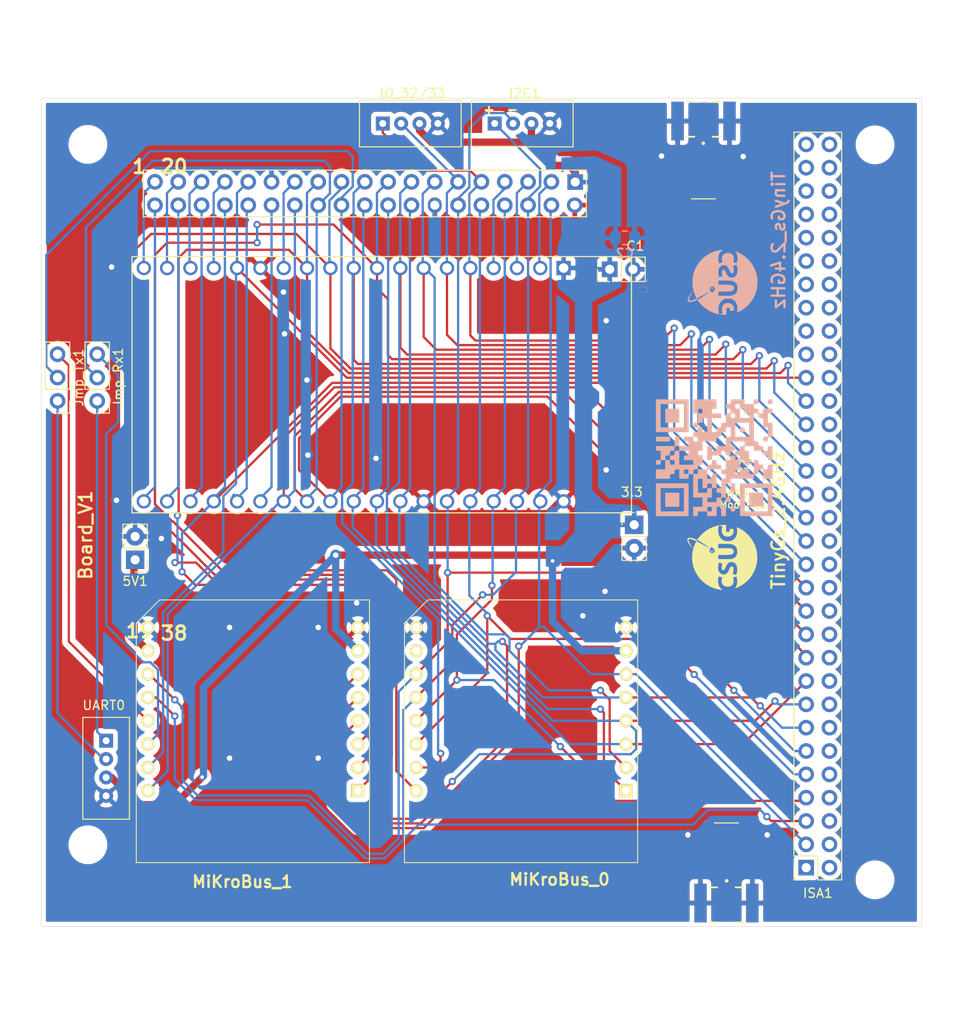
<source format=kicad_pcb>
(kicad_pcb (version 20211014) (generator pcbnew)
  (title_block (title "Carte_ESP_MiKroBus_V1"))
  (layers (0 "F.Cu" signal) (31 "B.Cu" signal) (34 "B.Paste" user) (35 "F.Paste" user) (36 "B.SilkS" user "B.Silkscreen") (37 "F.SilkS" user "F.Silkscreen") (38 "B.Mask" user) (39 "F.Mask" user) (44 "Edge.Cuts" user))
  (net 0 "")
  (net 1 "+3V3")
  (net 2 "GNDREF")
  (net 3 "/19")
  (net 4 "/18")
  (net 5 "/17")
  (net 6 "/16")
  (net 7 "/4")
  (net 8 "/3")
  (net 9 "/2")
  (net 10 "/38")
  (net 11 "/37")
  (net 12 "/36")
  (net 13 "NSS_1")
  (net 14 "NSS_0")
  (net 15 "SCK_0")
  (net 16 "MISO_0")
  (net 17 "I2C_SDA")
  (net 18 "I2C_SCL")
  (net 19 "MOSI_0")
  (net 20 "Net-(SMA_1-Pad1)")
  (net 21 "Net-(SMA_2-Pad1)")
  (net 22 "UART0_Rx")
  (net 23 "UART0_Tx")
  (net 24 "UART2_Rx")
  (net 25 "UART2_Tx")
  (net 26 "UART2_Rx_MiKroBus")
  (net 27 "UART2_Rx_grove")
  (net 28 "UART2_Tx_MiKroBus")
  (net 29 "UART2_Tx_grove")
  (net 30 "PWM_1")
  (net 31 "INT_0")
  (net 32 "INT_1")
  (net 33 "PWM_0")
  (net 34 "AN_0")
  (net 35 "AN_1")
  (net 36 "+5V")
  (net 37 "/34")
  (net 38 "/33")
  (net 39 "IN35")
  (net 40 "IN34")
  (net 41 "/13")
  (net 42 "Reset_1")
  (net 43 "Reset_0")
  (net 46 "GND")
  (footprint "MIKROE-924:MIKROE924" (layer "F.Cu") (at 107.38114 92.46726 180)
    (fp_text reference "MiKroBus_0")
    (fp_text value "MIKROE-924" hide)
  )
  (footprint "MIKROE-924:MIKROE924" (layer "F.Cu") (at 78.17114 92.46726 180)
    (fp_text reference "MiKroBus_1")
    (fp_text value "MIKROE-924" hide)
  )
  (footprint "SMA-J-P-H-ST-EM1:SAMTEC_SMA-J-P-H-ST-EM1" (layer "F.Cu") (at 115.824 19.358 180)
    (fp_text reference "SMA_1")
    (fp_text value "SMA-J-P-H-ST-EM1")
  )
  (footprint "U:HRS_U.FL-R-SMT(01)" (layer "F.Cu") (at 115.824 26.724 180)
    (fp_text reference "UFL_1")
    (fp_text value "U.FL-R-SMT(01)")
  )
  (footprint "U:HRS_U.FL-R-SMT(01)" (layer "F.Cu") (at 118.3132 97.269)
    (fp_text reference "UFL_2")
    (fp_text value "U.FL-R-SMT(01)")
  )
  (footprint "SMA-J-P-H-ST-EM1:SAMTEC_SMA-J-P-H-ST-EM1" (layer "F.Cu") (at 118.3132 104.889)
    (fp_text reference "SMA_2")
    (fp_text value "SMA-J-P-H-ST-EM1")
  )
  (footprint "MountingHole:MountingHole_3.2mm_M3" (layer "F.Cu") (at 134.498 22.1488)
    (fp_text reference "REF**")
    (fp_text value "MountingHole_3.2mm_M3")
  )
  (footprint "MountingHole:MountingHole_3.2mm_M3" (layer "F.Cu") (at 134.498 102.1588)
    (fp_text reference "REF**")
    (fp_text value "MountingHole_3.2mm_M3")
  )
  (footprint "test connecteur:conn_2x19_2.54mm_top_bot" (layer "F.Cu") (at 104.33314 23.63326 -90)
    (fp_text reference "Connector_2x19")
    (fp_text value "Conn_02x19_Top_Bottom")
  )
  (footprint "MountingHole:MountingHole_3.2mm_M3" (layer "F.Cu") (at 48.768 98.3488)
    (fp_text reference "REF**")
    (fp_text value "MountingHole_3.2mm_M3")
  )
  (footprint "MountingHole:MountingHole_3.2mm_M3" (layer "F.Cu") (at 48.768 22.098)
    (fp_text reference "REF**" hide)
    (fp_text value "MountingHole_3.2mm_M3")
  )
  (footprint "Logos-image:Image-Csug_10x10" (layer "F.Cu") (at 117.875 67.075 90)
    (fp_text reference "G***" hide)
    (fp_text value "LOGO" hide)
  )
  (footprint "Connector_PinHeader_2.54mm:PinHeader_1x02_P2.54mm_Vertical" (layer "F.Cu") (at 108.27014 63.51126)
    (fp_text reference "3.3")
    (fp_text value "Conn_01x02")
  )
  (footprint "Grove:Grove_4pin-2.00mm" (layer "F.Cu") (at 96.07814 17.28326)
    (fp_text reference "I2C1")
    (fp_text value "Grove")
  )
  (footprint "Grove:Grove_4pin-2.00mm" (layer "F.Cu") (at 83.88614 17.28326)
    (fp_text reference "IO_32/33")
    (fp_text value "Grove")
  )
  (footprint "Grove:Grove_4pin-2.00mm" (layer "F.Cu") (at 53.2958 90.0176 -90)
    (fp_text reference "UART0")
    (fp_text value "Grove")
  )
  (footprint "Connector_PinHeader_2.54mm:PinHeader_1x03_P2.54mm_Vertical" (layer "F.Cu") (at 49.784 50.023 180)
    (fp_text reference "Jmp_Rx1")
    (fp_text value "Jumper_NC_Dual")
  )
  (footprint "Connector_PinHeader_2.54mm:PinHeader_1x03_P2.54mm_Vertical" (layer "F.Cu") (at 45.466 50.023 180)
    (fp_text reference "Jmp_Tx1")
    (fp_text value "Jumper_NC_Dual")
  )
  (footprint "Connector_PinHeader_2.54mm:PinHeader_1x02_P2.54mm_Vertical" (layer "F.Cu") (at 105.60314 35.69826 90)
    (fp_text reference "C1")
    (fp_text value "C")
  )
  (footprint "Connector_PinHeader_2.54mm:PinHeader_1x02_P2.54mm_Vertical" (layer "F.Cu") (at 53.91414 67.32126 180)
    (fp_text reference "5V1")
    (fp_text value "Conn_01x02")
  )
  (footprint "Connector_PinSocket_2.54mm:PinSocket_2x32_P2.54mm_Vertical" (layer "F.Cu") (at 127 100.838 180)
    (fp_text reference "ISA1")
    (fp_text value "Conn_02x32_Odd_Even")
  )
  (footprint "ESP32-DEVKITC-32D:MODULE_ESP32-DEVKITC-32D" (layer "F.Cu") (at 80.824 48.26 -90)
    (fp_text reference "U1")
    (fp_text value "ESP32-DEVKITC-32D")
  )
  (footprint "Logos-image:Image-Csug_10x10" (layer "B.Cu") (at 117.904 37.097 -90)
    (fp_text reference "G***" hide)
    (fp_text value "LOGO" hide)
  )
  (footprint "Capacitor_SMD:C_0805_2012Metric_Pad1.18x1.45mm_HandSolder" (layer "B.Cu") (at 107.25414 32.26926)
    (fp_text reference "C2")
    (fp_text value "C")
  )
  (footprint "Logos-image:QRCode_ThingSat_14.5x14.5" (layer "B.Cu") (at 117.025 56.175)
    (fp_text reference "G***" hide)
    (fp_text value "LOGO" hide)
  )
  (gr_rect (start 43.688 17.0688) (end 139.578 107.2388) (layer "Edge.Cuts") (width 0.05) (fill none))
  (gr_text "TinyGs_2.4GHz" (at 124 32.525 90) (layer "B.SilkS") (effects (font (size 1.4 1.4) (thickness 0.25)) (justify mirror)))
  (gr_text "19" (at 54.356 75.057) (layer "F.SilkS") (effects (font (size 1.5 1.5) (thickness 0.3))))
  (gr_text "38" (at 58.166 75.311) (layer "F.SilkS") (effects (font (size 1.5 1.5) (thickness 0.3))))
  (gr_text "-" (at 94.996 18.288) (layer "F.SilkS") (effects (font (size 1 1) (thickness 0.2))))
  (gr_text "+" (at 92.456 18.288) (layer "F.SilkS") (effects (font (size 1 1) (thickness 0.2))))
  (gr_text "Grove\nOUT\n" (at 119.653 57.169) (layer "F.SilkS") (effects (font (size 0.75 0.75) (thickness 0.125))))
  (gr_text "MKBus\nModule_1" (at 120.161 60.725) (layer "F.SilkS") (effects (font (size 0.75 0.75))))
  (gr_text "Board_V1" (at 48.514 64.643 90) (layer "F.SilkS") (effects (font (size 1.4 1.4) (thickness 0.25))))
  (gr_text "20" (at 58.166 24.511) (layer "F.SilkS") (effects (font (size 1.5 1.5) (thickness 0.3))))
  (gr_text "1" (at 54.356 24.511) (layer "F.SilkS") (effects (font (size 1.5 1.5) (thickness 0.3))))
  (gr_text "TinyGs_2.4GHz" (at 123.971 63.011 90) (layer "F.SilkS") (effects (font (size 1.4 1.4) (thickness 0.25))))
  (segment (start 97.09414 21.85526) (end 99.63414 24.39526) (width 0.8) (layer "F.Cu") (net 1))
  (segment (start 51.3428 91.0176) (end 50.7558 91.0176) (width 0.8) (layer "F.Cu") (net 1))
  (segment (start 84.88614 20.56926) (end 86.17214 21.85526) (width 0.8) (layer "F.Cu") (net 1))
  (segment (start 61.214 90.9828) (end 58.20704 93.98976) (width 0.8) (layer "F.Cu") (net 1))
  (segment (start 86.17214 21.85526) (end 97.09414 21.85526) (width 0.8) (layer "F.Cu") (net 1))
  (segment (start 97.07814 19.82326) (end 97.07814 21.83926) (width 0.8) (layer "F.Cu") (net 1))
  (segment (start 84.88614 19.82326) (end 84.88614 20.56926) (width 0.8) (layer "F.Cu") (net 1))
  (segment (start 99.63414 24.39526) (end 101.15814 24.39526) (width 0.8) (layer "F.Cu") (net 1))
  (segment (start 75.75814 66.81326) (end 98.74514 66.81326) (width 0.8) (layer "F.Cu") (net 1))
  (segment (start 101.84394 26.19866) (end 101.84394 25.08106) (width 0.8) (layer "F.Cu") (net 1))
  (segment (start 58.20704 93.98976) (end 54.31496 93.98976) (width 0.8) (layer "F.Cu") (net 1))
  (segment (start 54.31496 93.98976) (end 51.3428 91.0176) (width 0.8) (layer "F.Cu") (net 1))
  (segment (start 98.74514 66.81326) (end 99.38014 67.44826) (width 0.8) (layer "F.Cu") (net 1))
  (segment (start 101.84394 25.08106) (end 101.15814 24.39526) (width 0.8) (layer "F.Cu") (net 1))
  (segment (start 97.07814 21.83926) (end 97.09414 21.85526) (width 0.8) (layer "F.Cu") (net 1))
  (via (at 99.38014 67.44826) (size 0.8) (drill 0.4) (layers "F.Cu" "B.Cu") (net 1))
  (via (at 61.214 90.9828) (size 0.8) (drill 0.4) (layers "F.Cu" "B.Cu") (net 1))
  (via (at 75.75814 66.81326) (size 1.2) (drill 0.6) (layers "F.Cu" "B.Cu") (net 1))
  (segment (start 61.3664 81.205) (end 61.3664 90.8304) (width 0.8) (layer "B.Cu") (net 1))
  (segment (start 78.17114 77.1891) (end 78.17114 77.22726) (width 0.8) (layer "B.Cu") (net 1))
  (segment (start 75.75814 66.81326) (end 75.75814 74.81426) (width 0.8) (layer "B.Cu") (net 1))
  (segment (start 107.38114 77.22726) (end 102.55514 77.22726) (width 0.8) (layer "B.Cu") (net 1))
  (segment (start 99.377139 67.451261) (end 99.38014 67.44826) (width 0.8) (layer "B.Cu") (net 1))
  (segment (start 75.75814 74.81426) (end 78.17114 77.22726) (width 0.8) (layer "B.Cu") (net 1))
  (segment (start 75.75814 66.81326) (end 61.3664 81.205) (width 0.8) (layer "B.Cu") (net 1))
  (segment (start 99.377139 74.049259) (end 99.377139 67.451261) (width 0.8) (layer "B.Cu") (net 1))
  (segment (start 102.55514 77.22726) (end 99.377139 74.049259) (width 0.8) (layer "B.Cu") (net 1))
  (segment (start 61.3664 90.8304) (end 61.214 90.9828) (width 0.8) (layer "B.Cu") (net 1))
  (segment (start 70.075 38.15) (end 70.05 38.125) (width 0.8) (layer "F.Cu") (net 2))
  (segment (start 72.625 47.3) (end 70 44.675) (width 0.8) (layer "F.Cu") (net 2))
  (segment (start 67.331141 35.197261) (end 67.45114 35.31726) (width 0.25) (layer "F.Cu") (net 2))
  (segment (start 70 44.675) (end 70 42.91364) (width 0.8) (layer "F.Cu") (net 2))
  (segment (start 86.811141 62.297261) (end 85.23114 60.71726) (width 0.8) (layer "F.Cu") (net 2))
  (segment (start 70 42.91364) (end 70.18864 42.725) (width 0.8) (layer "F.Cu") (net 2))
  (segment (start 72.725 55.925) (end 79.8 55.925) (width 0.8) (layer "F.Cu") (net 2))
  (segment (start 72.625 47.75) (end 72.625 47.3) (width 0.8) (layer "F.Cu") (net 2))
  (segment (start 70.075 38.175) (end 70.075 38.15) (width 0.8) (layer "F.Cu") (net 2))
  (segment (start 79.8 55.925) (end 80.15 56.275) (width 0.8) (layer "F.Cu") (net 2))
  (segment (start 100.47114 60.71726) (end 98.891139 62.297261) (width 0.8) (layer "F.Cu") (net 2))
  (segment (start 98.891139 62.297261) (end 86.811141 62.297261) (width 0.8) (layer "F.Cu") (net 2))
  (via (at 105.22214 57.54226) (size 1.2) (drill 0.6) (layers "F.Cu" "B.Cu") (net 2))
  (via (at 105.09514 70.75026) (size 1.2) (drill 0.6) (layers "F.Cu" "B.Cu") (net 2))
  (via (at 56.775 65) (size 1.2) (drill 0.6) (layers "F.Cu" "B.Cu") (net 2))
  (via (at 51.88214 60.84426) (size 1.2) (drill 0.6) (layers "F.Cu" "B.Cu") (net 2))
  (via (at 51.35 35.45) (size 1.2) (drill 0.6) (layers "F.Cu" "B.Cu") (net 2))
  (via (at 114.1222 97.269) (size 1.2) (drill 0.6) (layers "F.Cu" "B.Cu") (net 2))
  (via (at 102.68214 73.41726) (size 1.2) (drill 0.6) (layers "F.Cu" "B.Cu") (net 2))
  (via (at 73.85314 74.68726) (size 1.2) (drill 0.6) (layers "F.Cu" "B.Cu") (net 2))
  (via (at 64.20114 74.68726) (size 1.2) (drill 0.6) (layers "F.Cu" "B.Cu") (net 2))
  (via (at 73.85314 88.91126) (size 1.2) (drill 0.6) (layers "F.Cu" "B.Cu") (net 2))
  (via (at 78.04414 72.02026) (size 1.2) (drill 0.6) (layers "F.Cu" "B.Cu") (net 2))
  (via (at 64.20114 88.91126) (size 1.2) (drill 0.6) (layers "F.Cu" "B.Cu") (net 2))
  (via (at 105.22214 41.28626) (size 1.2) (drill 0.6) (layers "F.Cu" "B.Cu") (net 2))
  (via (at 120.142 23.422) (size 1.2) (drill 0.6) (layers "F.Cu" "B.Cu") (net 2))
  (via (at 72.625 47.75) (size 1.2) (drill 0.6) (layers "F.Cu" "B.Cu") (net 2))
  (via (at 111.252 23.368) (size 1.2) (drill 0.6) (layers "F.Cu" "B.Cu") (net 2))
  (via (at 72.725 55.925) (size 1.2) (drill 0.6) (layers "F.Cu" "B.Cu") (net 2))
  (via (at 70.075 38.175) (size 1.2) (drill 0.6) (layers "F.Cu" "B.Cu") (net 2))
  (via (at 80.15 56.275) (size 1.2) (drill 0.6) (layers "F.Cu" "B.Cu") (net 2))
  (via (at 70.18864 42.725) (size 1.2) (drill 0.6) (layers "F.Cu" "B.Cu") (net 2))
  (via (at 122.7582 97.269) (size 1.2) (drill 0.6) (layers "F.Cu" "B.Cu") (net 2))
  (segment (start 67.548139 35.220261) (end 67.45114 35.31726) (width 0.25) (layer "B.Cu") (net 2))
  (segment (start 100.52314 60.66526) (end 100.47114 60.71726) (width 0.8) (layer "B.Cu") (net 2))
  (segment (start 72.625 47.75) (end 72.625 55.825) (width 0.8) (layer "B.Cu") (net 2))
  (segment (start 86.88614 19.82326) (end 86.88614 19.87126) (width 0.25) (layer "B.Cu") (net 2))
  (segment (start 70.18864 38.28864) (end 70.075 38.175) (width 0.8) (layer "B.Cu") (net 2))
  (segment (start 72.625 55.825) (end 72.725 55.925) (width 0.8) (layer "B.Cu") (net 2))
  (segment (start 67.421139 35.287259) (end 67.45114 35.31726) (width 0.25) (layer "B.Cu") (net 2))
  (segment (start 70.18864 42.725) (end 70.18864 38.28864) (width 0.8) (layer "B.Cu") (net 2))
  (segment (start 86.88614 19.87126) (end 86.55314 20.20426) (width 0.25) (layer "B.Cu") (net 2))
  (segment (start 56.07314 26.17326) (end 54.848139 27.398261) (width 0.25) (layer "B.Cu") (net 3))
  (segment (start 54.848139 27.398261) (end 54.848139 35.220261) (width 0.25) (layer "B.Cu") (net 3))
  (segment (start 54.848139 35.220261) (end 54.75114 35.31726) (width 0.25) (layer "B.Cu") (net 3))
  (segment (start 57.261139 35.287259) (end 57.29114 35.31726) (width 0.25) (layer "F.Cu") (net 4))
  (segment (start 57.171141 35.197261) (end 57.29114 35.31726) (width 0.25) (layer "B.Cu") (net 4))
  (segment (start 57.388139 27.398261) (end 57.388139 35.220261) (width 0.25) (layer "B.Cu") (net 4))
  (segment (start 58.61314 26.17326) (end 57.388139 27.398261) (width 0.25) (layer "B.Cu") (net 4))
  (segment (start 57.388139 35.220261) (end 57.29114 35.31726) (width 0.25) (layer "B.Cu") (net 4))
  (segment (start 59.801139 35.287259) (end 59.83114 35.31726) (width 0.25) (layer "F.Cu") (net 5))
  (segment (start 61.15314 26.17326) (end 59.838141 27.488259) (width 0.25) (layer "B.Cu") (net 5))
  (segment (start 59.838141 35.310259) (end 59.83114 35.31726) (width 0.25) (layer "B.Cu") (net 5))
  (segment (start 59.838141 27.488259) (end 59.838141 35.310259) (width 0.25) (layer "B.Cu") (net 5))
  (segment (start 62.341139 35.287259) (end 62.37114 35.31726) (width 0.25) (layer "F.Cu") (net 6))
  (segment (start 62.251141 35.197261) (end 62.37114 35.31726) (width 0.25) (layer "B.Cu") (net 6))
  (segment (start 63.69314 26.17326) (end 62.468139 27.398261) (width 0.25) (layer "B.Cu") (net 6))
  (segment (start 62.468139 35.220261) (end 62.37114 35.31726) (width 0.25) (layer "B.Cu") (net 6))
  (segment (start 62.468139 27.398261) (end 62.468139 35.220261) (width 0.25) (layer "B.Cu") (net 6))
  (segment (start 94.17314 26.900258) (end 92.948139 28.125259) (width 0.25) (layer "B.Cu") (net 7))
  (segment (start 92.948139 35.220261) (end 92.85114 35.31726) (width 0.25) (layer "B.Cu") (net 7))
  (segment (start 92.948139 28.125259) (end 92.948139 35.220261) (width 0.25) (layer "B.Cu") (net 7))
  (segment (start 94.17314 26.17326) (end 94.17314 26.900258) (width 0.25) (layer "B.Cu") (net 7))
  (segment (start 92.85114 35.31726) (end 92.821139 35.287259) (width 0.25) (layer "B.Cu") (net 7))
  (segment (start 95.361139 35.287259) (end 95.39114 35.31726) (width 0.25) (layer "B.Cu") (net 8))
  (segment (start 95.488139 35.220261) (end 95.39114 35.31726) (width 0.25) (layer "B.Cu") (net 8))
  (segment (start 95.488139 27.398261) (end 95.488139 35.220261) (width 0.25) (layer "B.Cu") (net 8))
  (segment (start 96.71314 26.17326) (end 95.488139 27.398261) (width 0.25) (layer "B.Cu") (net 8))
  (segment (start 97.938141 27.488259) (end 97.938141 35.310259) (width 0.25) (layer "B.Cu") (net 9))
  (segment (start 97.938141 35.310259) (end 97.93114 35.31726) (width 0.25) (layer "B.Cu") (net 9))
  (segment (start 99.25314 26.17326) (end 97.938141 27.488259) (width 0.25) (layer "B.Cu") (net 9))
  (segment (start 97.93114 35.31726) (end 97.901139 35.287259) (width 0.25) (layer "B.Cu") (net 9))
  (segment (start 56.07314 59.39526) (end 54.75114 60.71726) (width 0.25) (layer "B.Cu") (net 10))
  (segment (start 56.07314 28.71326) (end 56.07314 59.39526) (width 0.25) (layer "B.Cu") (net 10))
  (segment (start 58.61314 28.71326) (end 58.61314 59.39526) (width 0.25) (layer "B.Cu") (net 11))
  (segment (start 58.61314 59.39526) (end 57.29114 60.71726) (width 0.25) (layer "B.Cu") (net 11))
  (segment (start 61.15314 59.39526) (end 59.83114 60.71726) (width 0.25) (layer "B.Cu") (net 12))
  (segment (start 61.15314 28.71326) (end 61.15314 59.39526) (width 0.25) (layer "B.Cu") (net 12))
  (segment (start 62.484 60.96) (end 75.394 48.05) (width 0.25) (layer "F.Cu") (net 13))
  (segment (start 60.449113 70.049113) (end 59.025 68.625) (width 0.25) (layer "F.Cu") (net 13))
  (segment (start 104.692 48.05) (end 127 70.358) (width 0.25) (layer "F.Cu") (net 13))
  (segment (start 75.394 48.05) (end 104.692 48.05) (width 0.25) (layer "F.Cu") (net 13))
  (segment (start 80.772 84.7864) (end 80.772 70.756226) (width 0.25) (layer "F.Cu") (net 13))
  (segment (start 80.064887 70.049113) (end 60.449113 70.049113) (width 0.25) (layer "F.Cu") (net 13))
  (segment (start 80.772 70.756226) (end 80.064887 70.049113) (width 0.25) (layer "F.Cu") (net 13))
  (segment (start 78.17114 87.38726) (end 80.772 84.7864) (width 0.25) (layer "F.Cu") (net 13))
  (via (at 59.025 68.625) (size 0.8) (drill 0.4) (layers "F.Cu" "B.Cu") (net 13))
  (segment (start 63.69314 28.71326) (end 63.69314 59.39526) (width 0.25) (layer "B.Cu") (net 13))
  (segment (start 59.025 68.625) (end 59.025 64.419) (width 0.25) (layer "B.Cu") (net 13))
  (segment (start 63.69314 59.39526) (end 62.37114 60.71726) (width 0.25) (layer "B.Cu") (net 13))
  (segment (start 59.025 64.419) (end 62.484 60.96) (width 0.25) (layer "B.Cu") (net 13))
  (segment (start 120.13074 87.38726) (end 127 80.518) (width 0.25) (layer "F.Cu") (net 14))
  (segment (start 107.38114 87.38726) (end 120.13074 87.38726) (width 0.25) (layer "F.Cu") (net 14))
  (segment (start 101.220802 87.38726) (end 105.22214 87.38726) (width 0.25) (layer "B.Cu") (net 14))
  (segment (start 78.766141 28.880259) (end 78.93314 28.71326) (width 0.25) (layer "B.Cu") (net 14))
  (segment (start 105.22214 87.38726) (end 107.38114 87.38726) (width 0.25) (layer "B.Cu") (net 14))
  (segment (start 77.61114 63.777598) (end 101.220802 87.38726) (width 0.25) (layer "B.Cu") (net 14))
  (segment (start 103.26514 87.38726) (end 105.22214 87.38726) (width 0.25) (layer "B.Cu") (net 14))
  (segment (start 77.61114 60.71726) (end 78.766141 59.562259) (width 0.25) (layer "B.Cu") (net 14))
  (segment (start 78.766141 59.562259) (end 78.766141 28.880259) (width 0.25) (layer "B.Cu") (net 14))
  (segment (start 77.61114 60.71726) (end 77.61114 63.777598) (width 0.25) (layer "B.Cu") (net 14))
  (segment (start 78.55214 95.51526) (end 84.39414 95.51526) (width 0.25) (layer "F.Cu") (net 15))
  (segment (start 107.38114 84.84726) (end 121.45274 84.84726) (width 0.25) (layer "F.Cu") (net 15))
  (segment (start 76.52014 86.49826) (end 76.52014 93.48326) (width 0.25) (layer "F.Cu") (net 15))
  (segment (start 84.39414 95.51526) (end 88.45814 91.45126) (width 0.25) (layer "F.Cu") (net 15))
  (segment (start 121.45274 84.84726) (end 123.6 82.7) (width 0.25) (layer "F.Cu") (net 15))
  (segment (start 78.17114 84.84726) (end 76.52014 86.49826) (width 0.25) (layer "F.Cu") (net 15))
  (segment (start 76.52014 93.48326) (end 78.55214 95.51526) (width 0.25) (layer "F.Cu") (net 15))
  (via (at 88.45814 91.45126) (size 0.8) (drill 0.4) (layers "F.Cu" "B.Cu") (net 15))
  (via (at 123.6 82.7) (size 0.8) (drill 0.4) (layers "F.Cu" "B.Cu") (net 15))
  (segment (start 91.424639 88.484761) (end 107.907941 88.484761) (width 0.25) (layer "B.Cu") (net 15))
  (segment (start 107.38114 84.84726) (end 101.92014 84.84726) (width 0.25) (layer "B.Cu") (net 15))
  (segment (start 88.45814 91.45126) (end 91.424639 88.484761) (width 0.25) (layer "B.Cu") (net 15))
  (segment (start 123.958 83.058) (end 127 83.058) (width 0.25) (layer "B.Cu") (net 15))
  (segment (start 80.15114 60.71726) (end 80.15114 65.610478) (width 0.25) (layer "B.Cu") (net 15))
  (segment (start 80.15114 65.610478) (end 99.387922 84.84726) (width 0.25) (layer "B.Cu") (net 15))
  (segment (start 81.47314 59.39526) (end 80.15114 60.71726) (width 0.25) (layer "B.Cu") (net 15))
  (segment (start 123.6 82.7) (end 123.958 83.058) (width 0.25) (layer "B.Cu") (net 15))
  (segment (start 107.907941 88.484761) (end 108.478641 87.914061) (width 0.25) (layer "B.Cu") (net 15))
  (segment (start 101.92014 84.84726) (end 101.43226 84.84726) (width 0.25) (layer "B.Cu") (net 15))
  (segment (start 81.47314 28.71326) (end 81.47314 59.39526) (width 0.25) (layer "B.Cu") (net 15))
  (segment (start 108.478641 87.914061) (end 108.478641 85.944761) (width 0.25) (layer "B.Cu") (net 15))
  (segment (start 99.387922 84.84726) (end 101.92014 84.84726) (width 0.25) (layer "B.Cu") (net 15))
  (segment (start 108.478641 85.944761) (end 107.38114 84.84726) (width 0.25) (layer "B.Cu") (net 15))
  (segment (start 85.15614 95.900262) (end 94.42714 86.629262) (width 0.25) (layer "F.Cu") (net 16))
  (segment (start 78.34503 96.01527) (end 77.94458 95.61482) (width 0.25) (layer "F.Cu") (net 16))
  (segment (start 93.91914 76.21126) (end 94.42714 76.71926) (width 0.25) (layer "F.Cu") (net 16))
  (segment (start 94.42714 86.629262) (end 94.42714 76.71926) (width 0.25) (layer "F.Cu") (net 16))
  (segment (start 107.38114 82.30726) (end 121.00726 82.30726) (width 0.25) (layer "F.Cu") (net 16))
  (segment (start 85.15614 95.900262) (end 85.152138 95.900262) (width 0.25) (layer "F.Cu") (net 16))
  (segment (start 76.01214 84.46626) (end 78.17114 82.30726) (width 0.25) (layer "F.Cu") (net 16))
  (segment (start 78.35302 96.02326) (end 77.94458 95.61482) (width 0.25) (layer "F.Cu") (net 16))
  (segment (start 85.152138 95.900262) (end 85.03713 96.01527) (width 0.25) (layer "F.Cu") (net 16))
  (segment (start 121.00726 82.30726) (end 121.914845 83.214845) (width 0.25) (layer "F.Cu") (net 16))
  (segment (start 121.914845 83.214845) (end 121.989845 83.214845) (width 0.25) (layer "F.Cu") (net 16))
  (segment (start 77.94458 95.61482) (end 76.01214 93.68238) (width 0.25) (layer "F.Cu") (net 16))
  (segment (start 76.01214 93.68238) (end 76.01214 84.46626) (width 0.25) (layer "F.Cu") (net 16))
  (segment (start 85.03713 96.01527) (end 78.34503 96.01527) (width 0.25) (layer "F.Cu") (net 16))
  (via (at 121.989845 83.214845) (size 0.8) (drill 0.4) (layers "F.Cu" "B.Cu") (net 16))
  (via (at 93.91914 76.21126) (size 0.8) (drill 0.4) (layers "F.Cu" "B.Cu") (net 16))
  (segment (start 82.69114 66.35726) (end 82.69114 60.71726) (width 0.25) (layer "B.Cu") (net 16))
  (segment (start 93.15714 76.46526) (end 92.46726 76.46526) (width 0.25) (layer "B.Cu") (net 16))
  (segment (start 82.69114 60.71726) (end 83.846141 59.562259) (width 0.25) (layer "B.Cu") (net 16))
  (segment (start 93.15714 76.71926) (end 93.15714 76.46526) (width 0.25) (layer "B.Cu") (net 16))
  (segment (start 83.846141 28.880259) (end 84.01314 28.71326) (width 0.25) (layer "B.Cu") (net 16))
  (segment (start 124.373 85.598) (end 127 85.598) (width 0.25) (layer "B.Cu") (net 16))
  (segment (start 121.989845 83.214845) (end 124.373 85.598) (width 0.25) (layer "B.Cu") (net 16))
  (segment (start 93.15714 77.15514) (end 93.15714 76.71926) (width 0.25) (layer "B.Cu") (net 16))
  (segment (start 93.657358 77.655358) (end 93.15714 77.15514) (width 0.25) (layer "B.Cu") (net 16))
  (segment (start 93.15714 77.020358) (end 93.15714 76.71926) (width 0.25) (layer "B.Cu") (net 16))
  (segment (start 107.38114 82.30726) (end 98.317042 82.30726) (width 0.25) (layer "B.Cu") (net 16))
  (segment (start 98.317042 82.30726) (end 93.66514 77.655358) (width 0.25) (layer "B.Cu") (net 16))
  (segment (start 93.41114 76.21126) (end 93.91914 76.21126) (width 0.25) (layer "B.Cu") (net 16))
  (segment (start 92.46726 76.46526) (end 82.69114 66.68914) (width 0.25) (layer "B.Cu") (net 16))
  (segment (start 82.69114 66.68914) (end 82.69114 66.35726) (width 0.25) (layer "B.Cu") (net 16))
  (segment (start 83.846141 59.562259) (end 83.846141 28.880259) (width 0.25) (layer "B.Cu") (net 16))
  (segment (start 93.41114 76.21126) (end 93.15714 76.46526) (width 0.25) (layer "B.Cu") (net 16))
  (segment (start 93.66514 77.655358) (end 93.657358 77.655358) (width 0.25) (layer "B.Cu") (net 16))
  (segment (start 58.23715 82.56126) (end 55.44315 79.76726) (width 0.25) (layer "F.Cu") (net 17))
  (segment (start 106.3105 68.71826) (end 119.125 81.53276) (width 0.25) (layer "F.Cu") (net 17))
  (segment (start 87.95014 69.09926) (end 87.95014 68.71826) (width 0.25) (layer "F.Cu") (net 17))
  (segment (start 87.95014 76.33826) (end 84.52114 79.76726) (width 0.25) (layer "F.Cu") (net 17))
  (segment (start 87.95014 68.71826) (end 106.3105 68.71826) (width 0.25) (layer "F.Cu") (net 17))
  (segment (start 87.95014 70.11526) (end 87.95014 76.33826) (width 0.25) (layer "F.Cu") (net 17))
  (segment (start 87.95014 70.11526) (end 87.95014 69.09926) (width 0.25) (layer "F.Cu") (net 17))
  (segment (start 55.44315 79.76726) (end 55.31114 79.76726) (width 0.25) (layer "F.Cu") (net 17))
  (via (at 87.95014 68.71826) (size 0.8) (drill 0.4) (layers "F.Cu" "B.Cu") (net 17))
  (via (at 119.125 81.53276) (size 0.8) (drill 0.4) (layers "F.Cu" "B.Cu") (net 17))
  (via (at 58.23715 82.56126) (size 0.8) (drill 0.4) (layers "F.Cu" "B.Cu") (net 17))
  (segment (start 94.179139 18.686259) (end 95.07814 19.58526) (width 0.25) (layer "B.Cu") (net 17))
  (segment (start 84.52114 79.76726) (end 82.61614 81.67226) (width 0.25) (layer "B.Cu") (net 17))
  (segment (start 89.09314 27.986262) (end 90.318141 26.761261) (width 0.25) (layer "B.Cu") (net 17))
  (segment (start 92.016139 18.686259) (end 94.179139 18.686259) (width 0.25) (layer "B.Cu") (net 17))
  (segment (start 80.89302 99.32526) (end 79.82214 99.32526) (width 0.25) (layer "B.Cu") (net 17))
  (segment (start 89.09314 28.45926) (end 89.09314 28.71326) (width 0.25) (layer "B.Cu") (net 17))
  (segment (start 89.09314 28.71326) (end 89.09314 59.39526) (width 0.25) (layer "B.Cu") (net 17))
  (segment (start 59.0937 91.3517) (end 59.0937 83.41781) (width 0.25) (layer "B.Cu") (net 17))
  (segment (start 72.20214 92.97526) (end 60.71726 92.97526) (width 0.25) (layer "B.Cu") (net 17))
  (segment (start 87.95014 60.89626) (end 87.77114 60.71726) (width 0.25) (layer "B.Cu") (net 17))
  (segment (start 90.318141 26.761261) (end 90.318141 20.384257) (width 0.25) (layer "B.Cu") (net 17))
  (segment (start 95.07814 19.58526) (end 95.07814 19.82326) (width 0.25) (layer "B.Cu") (net 17))
  (segment (start 82.61614 97.60214) (end 80.89302 99.32526) (width 0.25) (layer "B.Cu") (net 17))
  (segment (start 89.09314 59.39526) (end 87.77114 60.71726) (width 0.25) (layer "B.Cu") (net 17))
  (segment (start 59.0937 83.41781) (end 58.23715 82.56126) (width 0.25) (layer "B.Cu") (net 17))
  (segment (start 89.09314 28.71326) (end 89.09314 27.986262) (width 0.25) (layer "B.Cu") (net 17))
  (segment (start 80.13102 99.32526) (end 79.82214 99.32526) (width 0.25) (layer "B.Cu") (net 17))
  (segment (start 90.318141 20.384257) (end 92.016139 18.686259) (width 0.25) (layer "B.Cu") (net 17))
  (segment (start 119.125 81.53276) (end 125.73024 88.138) (width 0.25) (layer "B.Cu") (net 17))
  (segment (start 79.82214 99.32526) (end 79.20438 99.32526) (width 0.25) (layer "B.Cu") (net 17))
  (segment (start 125.73024 88.138) (end 127 88.138) (width 0.25) (layer "B.Cu") (net 17))
  (segment (start 72.87036 92.99124) (end 72.21812 92.99124) (width 0.25) (layer "B.Cu") (net 17))
  (segment (start 87.95014 68.71826) (end 87.95014 60.89626) (width 0.25) (layer "B.Cu") (net 17))
  (segment (start 60.71726 92.97526) (end 59.0937 91.3517) (width 0.25) (layer "B.Cu") (net 17))
  (segment (start 79.20438 99.32526) (end 72.87036 92.99124) (width 0.25) (layer "B.Cu") (net 17))
  (segment (start 72.21812 92.99124) (end 72.20214 92.97526) (width 0.25) (layer "B.Cu") (net 17))
  (segment (start 82.61614 81.67226) (end 82.61614 97.60214) (width 0.25) (layer "B.Cu") (net 17))
  (segment (start 85.98164 80.84676) (end 84.52114 82.30726) (width 0.25) (layer "F.Cu") (net 18))
  (segment (start 58.23715 84.33926) (end 56.20515 82.30726) (width 0.25) (layer "F.Cu") (net 18))
  (segment (start 91.76014 71.13126) (end 88.45814 74.43326) (width 0.25) (layer "F.Cu") (net 18))
  (segment (start 122.725 95.275) (end 123.208 95.758) (width 0.25) (layer "F.Cu") (net 18))
  (segment (start 56.20515 82.30726) (end 55.31114 82.30726) (width 0.25) (layer "F.Cu") (net 18))
  (segment (start 86.2082 80.6202) (end 85.98164 80.84676) (width 0.25) (layer "F.Cu") (net 18))
  (segment (start 88.45814 74.43326) (end 88.45814 78.37026) (width 0.25) (layer "F.Cu") (net 18))
  (segment (start 123.208 95.758) (end 127 95.758) (width 0.25) (layer "F.Cu") (net 18))
  (segment (start 88.45814 78.37026) (end 85.98164 80.84676) (width 0.25) (layer "F.Cu") (net 18))
  (via (at 58.23715 84.33926) (size 0.8) (drill 0.4) (layers "F.Cu" "B.Cu") (net 18))
  (via (at 122.725 95.275) (size 0.8) (drill 0.4) (layers "F.Cu" "B.Cu") (net 18))
  (via (at 91.76014 71.13126) (size 0.8) (drill 0.4) (layers "F.Cu" "B.Cu") (net 18))
  (segment (start 92.907142 71.13126) (end 91.76014 71.13126) (width 0.25) (layer "B.Cu") (net 18))
  (segment (start 116.3 94.55) (end 122 94.55) (width 0.25) (layer "B.Cu") (net 18))
  (segment (start 84.7814 96.144) (end 114.706 96.144) (width 0.25) (layer "B.Cu") (net 18))
  (segment (start 96.71314 27.986262) (end 98.028139 26.671263) (width 0.25) (layer "B.Cu") (net 18))
  (segment (start 114.706 96.144) (end 116.3 94.55) (width 0.25) (layer "B.Cu") (net 18))
  (segment (start 72.66325 93.49125) (end 79.00526 99.83326) (width 0.25) (layer "B.Cu") (net 18))
  (segment (start 122 94.55) (end 122.725 95.275) (width 0.25) (layer "B.Cu") (net 18))
  (segment (start 58.23214 91.19726) (end 60.52613 93.49125) (width 0.25) (layer "B.Cu") (net 18))
  (segment (start 93.07814 19.82326) (end 98.028139 24.773259) (width 0.25) (layer "B.Cu") (net 18))
  (segment (start 83.12414 97.80126) (end 84.7814 96.144) (width 0.25) (layer "B.Cu") (net 18))
  (segment (start 122.5 95.275) (end 122.725 95.275) (width 0.25) (layer "B.Cu") (net 18))
  (segment (start 96.71314 28.71326) (end 96.71314 27.986262) (width 0.25) (layer "B.Cu") (net 18))
  (segment (start 79.00526 99.83326) (end 81.09214 99.83326) (width 0.25) (layer "B.Cu") (net 18))
  (segment (start 58.23715 84.33926) (end 58.23214 84.34427) (width 0.25) (layer "B.Cu") (net 18))
  (segment (start 81.09214 99.83326) (end 83.12414 97.80126) (width 0.25) (layer "B.Cu") (net 18))
  (segment (start 83.12414 97.80126) (end 83.12414 96.78526) (width 0.25) (layer "B.Cu") (net 18))
  (segment (start 84.52114 82.30726) (end 83.12414 83.70426) (width 0.25) (layer "B.Cu") (net 18))
  (segment (start 98.028139 26.255261) (end 98.028139 26.671263) (width 0.25) (layer "B.Cu") (net 18))
  (segment (start 96.71314 59.39526) (end 95.39114 60.71726) (width 0.25) (layer "B.Cu") (net 18))
  (segment (start 58.23214 84.34427) (end 58.23214 91.19726) (width 0.25) (layer "B.Cu") (net 18))
  (segment (start 83.12414 83.70426) (end 83.12414 96.78526) (width 0.25) (layer "B.Cu") (net 18))
  (segment (start 60.52613 93.49125) (end 72.66325 93.49125) (width 0.25) (layer "B.Cu") (net 18))
  (segment (start 96.71314 28.71326) (end 96.71314 59.39526) (width 0.25) (layer "B.Cu") (net 18))
  (segment (start 98.028139 24.821259) (end 98.028139 26.255261) (width 0.25) (layer "B.Cu") (net 18))
  (segment (start 98.028139 24.773259) (end 98.028139 26.255261) (width 0.25) (layer "B.Cu") (net 18))
  (segment (start 95.39114 68.647262) (end 92.907142 71.13126) (width 0.25) (layer "B.Cu") (net 18))
  (segment (start 95.39114 60.71726) (end 95.39114 68.647262) (width 0.25) (layer "B.Cu") (net 18))
  (segment (start 83.12414 96.78526) (end 83.12414 97.03926) (width 0.25) (layer "B.Cu") (net 18))
  (segment (start 75.50414 93.99126) (end 78.04414 96.53126) (width 0.25) (layer "F.Cu") (net 19))
  (segment (start 75.50414 82.43426) (end 75.50414 93.99126) (width 0.25) (layer "F.Cu") (net 19))
  (segment (start 78.04414 96.53126) (end 85.35526 96.53126) (width 0.25) (layer "F.Cu") (net 19))
  (segment (start 85.35526 96.53126) (end 95.69714 86.18938) (width 0.25) (layer "F.Cu") (net 19))
  (segment (start 78.17114 79.76726) (end 75.50414 82.43426) (width 0.25) (layer "F.Cu") (net 19))
  (segment (start 95.69714 86.18938) (end 95.69714 76.71926) (width 0.25) (layer "F.Cu") (net 19))
  (via (at 95.69714 76.71926) (size 0.8) (drill 0.4) (layers "F.Cu" "B.Cu") (net 19))
  (segment (start 97.91964 74.62376) (end 98.42764 74.62376) (width 0.25) (layer "B.Cu") (net 19))
  (segment (start 108.46926 79.76726) (end 127 98.298) (width 0.25) (layer "B.Cu") (net 19))
  (segment (start 107.38114 79.76726) (end 103.57114 79.76726) (width 0.25) (layer "B.Cu") (net 19))
  (segment (start 103.57114 79.76726) (end 98.42764 74.62376) (width 0.25) (layer "B.Cu") (net 19))
  (segment (start 95.82414 76.71926) (end 97.09414 75.44926) (width 0.25) (layer "B.Cu") (net 19))
  (segment (start 99.166139 28.800261) (end 99.166139 33.499261) (width 0.25) (layer "B.Cu") (net 19))
  (segment (start 97.91964 74.62376) (end 97.09414 75.44926) (width 0.25) (layer "B.Cu") (net 19))
  (segment (start 97.91964 74.62376) (end 97.91964 60.72876) (width 0.25) (layer "B.Cu") (net 19))
  (segment (start 99.166139 39.722261) (end 99.166139 58.775141) (width 0.25) (layer "B.Cu") (net 19))
  (segment (start 99.25314 28.71326) (end 99.166139 28.800261) (width 0.25) (layer "B.Cu") (net 19))
  (segment (start 99.166139 33.499261) (end 99.166139 39.722261) (width 0.25) (layer "B.Cu") (net 19))
  (segment (start 95.69714 76.71926) (end 95.82414 76.71926) (width 0.25) (layer "B.Cu") (net 19))
  (segment (start 107.38114 79.64026) (end 107.38114 79.76726) (width 0.25) (layer "B.Cu") (net 19))
  (segment (start 107.38114 79.76726) (end 108.46926 79.76726) (width 0.25) (layer "B.Cu") (net 19))
  (segment (start 99.166139 58.775141) (end 97.57758 60.3637) (width 0.25) (layer "B.Cu") (net 19))
  (segment (start 97.91964 60.72876) (end 97.93114 60.71726) (width 0.25) (layer "B.Cu") (net 19))
  (segment (start 115.824 23.65) (end 115.824 19.358) (width 0.25) (layer "F.Cu") (net 20))
  (segment (start 115.824 23.65) (end 115.824 24.666) (width 0.25) (layer "F.Cu") (net 20))
  (segment (start 118.3132 104.889) (end 118.3132 99.835) (width 0.25) (layer "F.Cu") (net 21))
  (segment (start 92.26814 79.64026) (end 84.52114 87.38726) (width 0.25) (layer "F.Cu") (net 22))
  (segment (start 110.93476 75.93476) (end 114.8 79.8) (width 0.25) (layer "F.Cu") (net 22))
  (segment (start 92.26814 73.41726) (end 94.78564 75.93476) (width 0.25) (layer "F.Cu") (net 22))
  (segment (start 92.26814 73.41726) (end 92.26814 79.64026) (width 0.25) (layer "F.Cu") (net 22))
  (segment (start 94.78564 75.93476) (end 110.93476 75.93476) (width 0.25) (layer "F.Cu") (net 22))
  (via (at 114.8 79.8) (size 0.8) (drill 0.4) (layers "F.Cu" "B.Cu") (net 22))
  (via (at 92.26814 73.41726) (size 0.8) (drill 0.4) (layers "F.Cu" "B.Cu") (net 22))
  (segment (start 91.466141 28.880259) (end 91.63314 28.71326) (width 0.25) (layer "B.Cu") (net 22))
  (segment (start 91.466141 59.562259) (end 91.466141 28.880259) (width 0.25) (layer "B.Cu") (net 22))
  (segment (start 92.26814 73.16326) (end 92.26814 73.41726) (width 0.25) (layer "B.Cu") (net 22))
  (segment (start 125.678 90.678) (end 127 90.678) (width 0.25) (layer "B.Cu") (net 22))
  (segment (start 90.31114 60.71726) (end 90.31114 71.20626) (width 0.25) (layer "B.Cu") (net 22))
  (segment (start 114.8 79.8) (end 125.678 90.678) (width 0.25) (layer "B.Cu") (net 22))
  (segment (start 90.31114 71.20626) (end 92.26814 73.16326) (width 0.25) (layer "B.Cu") (net 22))
  (segment (start 90.31114 60.71726) (end 91.466141 59.562259) (width 0.25) (layer "B.Cu") (net 22))
  (segment (start 88.95815 75.45725) (end 88.95815 80.41025) (width 0.25) (layer "F.Cu") (net 23))
  (segment (start 88.95815 80.41025) (end 84.52114 84.84726) (width 0.25) (layer "F.Cu") (net 23))
  (segment (start 92.77614 71.63926) (end 88.95815 75.45725) (width 0.25) (layer "F.Cu") (net 23))
  (segment (start 92.77614 70.11526) (end 92.77614 71.63926) (width 0.25) (layer "F.Cu") (net 23))
  (segment (start 100.225 87.65) (end 106.13976 93.56476) (width 0.25) (layer "F.Cu") (net 23))
  (segment (start 106.13976 93.56476) (end 126.65324 93.56476) (width 0.25) (layer "F.Cu") (net 23))
  (segment (start 126.65324 93.56476) (end 127 93.218) (width 0.25) (layer "F.Cu") (net 23))
  (via (at 100.225 87.65) (size 0.8) (drill 0.4) (layers "F.Cu" "B.Cu") (net 23))
  (via (at 88.95815 80.41025) (size 0.8) (drill 0.4) (layers "F.Cu" "B.Cu") (net 23))
  (via (at 92.77614 70.11526) (size 0.8) (drill 0.4) (layers "F.Cu" "B.Cu") (net 23))
  (segment (start 92.85114 70.04026) (end 92.77614 70.11526) (width 0.25) (layer "B.Cu") (net 23))
  (segment (start 93.28414 61.15026) (end 92.85114 60.71726) (width 0.25) (layer "B.Cu") (net 23))
  (segment (start 94.17314 28.71326) (end 94.17314 59.39526) (width 0.25) (layer "B.Cu") (net 23))
  (segment (start 88.95815 80.41025) (end 92.98525 80.41025) (width 0.25) (layer "B.Cu") (net 23))
  (segment (start 92.85114 61.04626) (end 92.85114 60.71726) (width 0.25) (layer "B.Cu") (net 23))
  (segment (start 94.17314 59.39526) (end 92.85114 60.71726) (width 0.25) (layer "B.Cu") (net 23))
  (segment (start 92.85114 60.71726) (end 92.85114 70.04026) (width 0.25) (layer "B.Cu") (net 23))
  (segment (start 92.98525 80.41025) (end 100.225 87.65) (width 0.25) (layer "B.Cu") (net 23))
  (segment (start 100.612553 49.050553) (end 127 75.438) (width 0.25) (layer "F.Cu") (net 24))
  (segment (start 72.644 60.96) (end 71.275 59.591) (width 0.25) (layer "F.Cu") (net 24))
  (segment (start 76.1 49.050553) (end 100.612553 49.050553) (width 0.25) (layer "F.Cu") (net 24))
  (segment (start 71.275 53.875553) (end 76.1 49.050553) (width 0.25) (layer "F.Cu") (net 24))
  (segment (start 71.275 59.591) (end 71.275 53.875553) (width 0.25) (layer "F.Cu") (net 24))
  (segment (start 73.85314 28.71326) (end 75.127418 27.438982) (width 0.25) (layer "B.Cu") (net 24))
  (segment (start 48.559 46.258) (end 49.784 47.483) (width 0.25) (layer "B.Cu") (net 24))
  (segment (start 74.5236 23.876) (end 55.838956 23.876) (width 0.25) (layer "B.Cu") (net 24))
  (segment (start 73.686141 28.880259) (end 73.85314 28.71326) (width 0.25) (layer "B.Cu") (net 24))
  (segment (start 73.686141 59.562259) (end 73.686141 28.880259) (width 0.25) (layer "B.Cu") (net 24))
  (segment (start 75.127418 27.438982) (end 75.127418 24.479818) (width 0.25) (layer "B.Cu") (net 24))
  (segment (start 72.53114 60.71726) (end 73.686141 59.562259) (width 0.25) (layer "B.Cu") (net 24))
  (segment (start 55.838956 23.876) (end 48.559 31.155956) (width 0.25) (layer "B.Cu") (net 24))
  (segment (start 48.559 31.155956) (end 48.559 46.258) (width 0.25) (layer "B.Cu") (net 24))
  (segment (start 72.53114 61.072958) (end 72.53114 60.71726) (width 0.25) (layer "B.Cu") (net 24))
  (segment (start 75.127418 24.479818) (end 74.5236 23.876) (width 0.25) (layer "B.Cu") (net 24))
  (segment (start 98.8247 49.553829) (end 127 77.729129) (width 0.25) (layer "F.Cu") (net 25))
  (segment (start 75.184 60.96) (end 71.775 57.551) (width 0.25) (layer "F.Cu") (net 25))
  (segment (start 127 77.729129) (end 127 77.978) (width 0.25) (layer "F.Cu") (net 25))
  (segment (start 71.775 57.551) (end 71.775 54.082659) (width 0.25) (layer "F.Cu") (net 25))
  (segment (start 71.775 54.082659) (end 76.30383 49.553829) (width 0.25) (layer "F.Cu") (net 25))
  (segment (start 76.30383 49.553829) (end 98.8247 49.553829) (width 0.25) (layer "F.Cu") (net 25))
  (segment (start 77.0382 22.8346) (end 55.5498 22.8346) (width 0.25) (layer "B.Cu") (net 25))
  (segment (start 77.61814 23.41454) (end 77.0382 22.8346) (width 0.25) (layer "B.Cu") (net 25))
  (segment (start 76.39314 28.71326) (end 76.39314 59.39526) (width 0.25) (layer "B.Cu") (net 25))
  (segment (start 76.39314 27.905672) (end 77.61814 26.680672) (width 0.25) (layer "B.Cu") (net 25))
  (segment (start 76.39314 59.39526) (end 75.07114 60.71726) (width 0.25) (layer "B.Cu") (net 25))
  (segment (start 76.39314 28.71326) (end 76.39314 27.905672) (width 0.25) (layer "B.Cu") (net 25))
  (segment (start 44.241 46.258) (end 45.466 47.483) (width 0.25) (layer "B.Cu") (net 25))
  (segment (start 77.61814 26.680672) (end 77.61814 23.41454) (width 0.25) (layer "B.Cu") (net 25))
  (segment (start 44.241 34.1434) (end 44.241 46.258) (width 0.25) (layer "B.Cu") (net 25))
  (segment (start 55.5498 22.8346) (end 44.241 34.1434) (width 0.25) (layer "B.Cu") (net 25))
  (segment (start 56.40864 86.28976) (end 56.40864 79.31266) (width 0.25) (layer "B.Cu") (net 26))
  (segment (start 56.40864 79.31266) (end 55.57074 78.47476) (width 0.25) (layer "B.Cu") (net 26))
  (segment (start 54.794408 78.47476) (end 50.75714 74.437492) (width 0.25) (layer "B.Cu") (net 26))
  (segment (start 50.75714 53.63686) (end 52.07 52.324) (width 0.25) (layer "B.Cu") (net 26))
  (segment (start 52.07 52.324) (end 52.07 47.229) (width 0.25) (layer "B.Cu") (net 26))
  (segment (start 50.75714 74.437492) (end 50.75714 53.63686) (width 0.25) (layer "B.Cu") (net 26))
  (segment (start 52.07 47.229) (end 49.784 44.943) (width 0.25) (layer "B.Cu") (net 26))
  (segment (start 55.31114 87.38726) (end 56.40864 86.28976) (width 0.25) (layer "B.Cu") (net 26))
  (segment (start 55.57074 78.47476) (end 54.794408 78.47476) (width 0.25) (layer "B.Cu") (net 26))
  (segment (start 50.7558 87.0176) (end 50.7558 86.624693) (width 0.25) (layer "B.Cu") (net 27))
  (segment (start 49.784 86.0458) (end 49.784 50.023) (width 0.25) (layer "B.Cu") (net 27))
  (segment (start 50.7558 87.0176) (end 49.784 86.0458) (width 0.25) (layer "B.Cu") (net 27))
  (segment (start 46.691 76.22712) (end 46.691 46.168) (width 0.25) (layer "F.Cu") (net 28))
  (segment (start 46.691 46.168) (end 45.466 44.943) (width 0.25) (layer "F.Cu") (net 28))
  (segment (start 55.31114 84.84726) (end 46.691 76.22712) (width 0.25) (layer "F.Cu") (net 28))
  (segment (start 45.466 84.0018) (end 45.466 50.023) (width 0.25) (layer "B.Cu") (net 29))
  (segment (start 50.7558 89.0176) (end 50.4818 89.0176) (width 0.25) (layer "B.Cu") (net 29))
  (segment (start 50.4818 89.0176) (end 45.466 84.0018) (width 0.25) (layer "B.Cu") (net 29))
  (segment (start 75.600553 48.550553) (end 102.652553 48.550553) (width 0.25) (layer "F.Cu") (net 30))
  (segment (start 70.104 54.047106) (end 75.600553 48.550553) (width 0.25) (layer "F.Cu") (net 30))
  (segment (start 70.104 60.96) (end 70.104 54.047106) (width 0.25) (layer "F.Cu") (net 30))
  (segment (start 102.652553 48.550553) (end 127 72.898) (width 0.25) (layer "F.Cu") (net 30))
  (segment (start 70.104 60.96) (end 71.31314 59.75086) (width 0.25) (layer "B.Cu") (net 30))
  (segment (start 57.46215 73.24625) (end 57.46215 89.400552) (width 0.25) (layer "B.Cu") (net 30))
  (segment (start 57.46215 89.400552) (end 57.47014 89.408542) (width 0.25) (layer "B.Cu") (net 30))
  (segment (start 69.99114 60.71726) (end 57.46215 73.24625) (width 0.25) (layer "B.Cu") (net 30))
  (segment (start 71.31314 59.75086) (end 71.31314 28.71326) (width 0.25) (layer "B.Cu") (net 30))
  (segment (start 57.47014 90.30826) (end 55.31114 92.46726) (width 0.25) (layer "B.Cu") (net 30))
  (segment (start 57.47014 89.408542) (end 57.47014 90.30826) (width 0.25) (layer "B.Cu") (net 30))
  (segment (start 87.18814 89.16526) (end 87.18814 88.40827) (width 0.25) (layer "F.Cu") (net 31))
  (segment (start 77.61114 35.31726) (end 77.581139 35.287259) (width 0.25) (layer "F.Cu") (net 31))
  (segment (start 85.91814 89.92726) (end 86.42614 89.92726) (width 0.25) (layer "F.Cu") (net 31))
  (segment (start 77.724 35.56) (end 77.724 45.547394) (width 0.25) (layer "F.Cu") (net 31))
  (segment (start 121.001606 45.998394) (end 121.9 45.1) (width 0.25) (layer "F.Cu") (net 31))
  (segment (start 87.18814 88.40827) (end 87.19315 88.40326) (width 0.25) (layer "F.Cu") (net 31))
  (segment (start 85.91814 89.92726) (end 84.52114 89.92726) (width 0.25) (layer "F.Cu") (net 31))
  (segment (start 86.42614 89.92726) (end 87.18814 89.16526) (width 0.25) (layer "F.Cu") (net 31))
  (segment (start 77.724 45.547394) (end 78.175 45.998394) (width 0.25) (layer "F.Cu") (net 31))
  (segment (start 78.175 45.998394) (end 121.001606 45.998394) (width 0.25) (layer "F.Cu") (net 31))
  (via (at 121.9 45.1) (size 0.8) (drill 0.4) (layers "F.Cu" "B.Cu") (net 31))
  (via (at 87.19315 88.40326) (size 0.8) (drill 0.4) (layers "F.Cu" "B.Cu") (net 31))
  (segment (start 121.9 50.018) (end 127 55.118) (width 0.25) (layer "B.Cu") (net 31))
  (segment (start 77.708139 27.398261) (end 77.708139 35.220261) (width 0.25) (layer "B.Cu") (net 31))
  (segment (start 76.456139 63.329717) (end 86.91816 73.791738) (width 0.25) (layer "B.Cu") (net 31))
  (segment (start 76.456139 60.162859) (end 76.456139 63.329717) (width 0.25) (layer "B.Cu") (net 31))
  (segment (start 77.708139 35.220261) (end 77.61114 35.31726) (width 0.25) (layer "B.Cu") (net 31))
  (segment (start 86.91816 88.12827) (end 87.19315 88.40326) (width 0.25) (layer "B.Cu") (net 31))
  (segment (start 77.61114 35.31726) (end 77.61114 59.007858) (width 0.25) (layer "B.Cu") (net 31))
  (segment (start 78.93314 26.17326) (end 77.708139 27.398261) (width 0.25) (layer "B.Cu") (net 31))
  (segment (start 77.581139 35.287259) (end 77.61114 35.31726) (width 0.25) (layer "B.Cu") (net 31))
  (segment (start 86.91816 73.791738) (end 86.91816 88.12827) (width 0.25) (layer "B.Cu") (net 31))
  (segment (start 77.61114 59.007858) (end 76.456139 60.162859) (width 0.25) (layer "B.Cu") (net 31))
  (segment (start 121.9 45.1) (end 121.9 50.018) (width 0.25) (layer "B.Cu") (net 31))
  (segment (start 64.791141 35.197261) (end 64.91114 35.31726) (width 0.25) (layer "F.Cu") (net 32))
  (segment (start 127 47.498) (end 76.962 47.498) (width 0.25) (layer "F.Cu") (net 32))
  (segment (start 76.962 47.498) (end 65.024 35.56) (width 0.25) (layer "F.Cu") (net 32))
  (segment (start 64.91114 35.31726) (end 64.91114 59.007858) (width 0.25) (layer "B.Cu") (net 32))
  (segment (start 64.91114 59.007858) (end 63.526141 60.392857) (width 0.25) (layer "B.Cu") (net 32))
  (segment (start 66.23314 26.17326) (end 65.008139 27.398261) (width 0.25) (layer "B.Cu") (net 32))
  (segment (start 56.96214 73.03626) (end 56.96214 88.27626) (width 0.25) (layer "B.Cu") (net 32))
  (segment (start 63.526141 66.472259) (end 56.96214 73.03626) (width 0.25) (layer "B.Cu") (net 32))
  (segment (start 63.526141 60.392857) (end 63.526141 66.472259) (width 0.25) (layer "B.Cu") (net 32))
  (segment (start 56.96214 88.27626) (end 55.31114 89.92726) (width 0.25) (layer "B.Cu") (net 32))
  (segment (start 65.008139 35.220261) (end 64.91114 35.31726) (width 0.25) (layer "B.Cu") (net 32))
  (segment (start 65.008139 27.398261) (end 65.008139 35.220261) (width 0.25) (layer "B.Cu") (net 32))
  (segment (start 58.048098 63.15) (end 57.960583 63.15) (width 0.25) (layer "F.Cu") (net 33))
  (segment (start 67.2 30.825) (end 75.529 30.825) (width 0.25) (layer "F.Cu") (net 33))
  (segment (start 82.36214 70.75026) (end 82.36214 74.68726) (width 0.25) (layer "F.Cu") (net 33))
  (segment (start 75.529 30.825) (end 80.264 35.56) (width 0.25) (layer "F.Cu") (net 33))
  (segment (start 56.075 34.125) (end 57.3995 32.8005) (width 0.25) (layer "F.Cu") (net 33))
  (segment (start 82.36214 74.68726) (end 82.36214 90.30826) (width 0.25) (layer "F.Cu") (net 33))
  (segment (start 82.36214 70.75026) (end 82.36214 69.48026) (width 0.25) (layer "F.Cu") (net 33))
  (segment (start 82.36214 70.36926) (end 82.36214 70.75026) (width 0.25) (layer "F.Cu") (net 33))
  (segment (start 57.3995 32.8005) (end 67.2 32.8005) (width 0.25) (layer "F.Cu") (net 33))
  (segment (start 81.4375 45.0125) (end 81.4375 38.9375) (width 0.25) (layer "F.Cu") (net 33))
  (segment (start 56.075 61.264417) (end 56.075 60.05) (width 0.25) (layer "F.Cu") (net 33))
  (segment (start 82.36214 74.43326) (end 82.36214 74.68726) (width 0.25) (layer "F.Cu") (net 33))
  (segment (start 80.264 35.56) (end 80.264 37.764) (width 0.25) (layer "F.Cu") (net 33))
  (segment (start 63.362358 68.46426) (end 58.048098 63.15) (width 0.25) (layer "F.Cu") (net 33))
  (segment (start 80.264 37.764) (end 81.4375 38.9375) (width 0.25) (layer "F.Cu") (net 33))
  (segment (start 119.075 45.475) (end 81.9 45.475) (width 0.25) (layer "F.Cu") (net 33))
  (segment (start 120.1 44.45) (end 119.075 45.475) (width 0.25) (layer "F.Cu") (net 33))
  (segment (start 57.960583 63.15) (end 56.075 61.264417) (width 0.25) (layer "F.Cu") (net 33))
  (segment (start 56.075 60.05) (end 56.075 34.125) (width 0.25) (layer "F.Cu") (net 33))
  (segment (start 82.36214 69.48026) (end 81.34614 68.46426) (width 0.25) (layer "F.Cu") (net 33))
  (segment (start 80.121139 35.287259) (end 80.15114 35.31726) (width 0.25) (layer "F.Cu") (net 33))
  (segment (start 81.9 45.475) (end 81.4375 45.0125) (width 0.25) (layer "F.Cu") (net 33))
  (segment (start 81.34614 68.46426) (end 63.362358 68.46426) (width 0.25) (layer "F.Cu") (net 33))
  (segment (start 82.36214 90.30826) (end 84.52114 92.46726) (width 0.25) (layer "F.Cu") (net 33))
  (via (at 67.2 30.825) (size 0.8) (drill 0.4) (layers "F.Cu" "B.Cu") (net 33))
  (via (at 67.2 32.8005) (size 0.8) (drill 0.4) (layers "F.Cu" "B.Cu") (net 33))
  (via (at 120.1 44.45) (size 0.8) (drill 0.4) (layers "F.Cu" "B.Cu") (net 33))
  (segment (start 80.248139 35.220261) (end 80.15114 35.31726) (width 0.25) (layer "B.Cu") (net 33))
  (segment (start 80.248139 27.398261) (end 80.248139 35.220261) (width 0.25) (layer "B.Cu") (net 33))
  (segment (start 120.1 44.45) (end 120.1 50.758) (width 0.25) (layer "B.Cu") (net 33))
  (segment (start 120.1 50.758) (end 127 57.658) (width 0.25) (layer "B.Cu") (net 33))
  (segment (start 67.2 32.8005) (end 67.2 30.825) (width 0.25) (layer "B.Cu") (net 33))
  (segment (start 81.47314 26.17326) (end 80.248139 27.398261) (width 0.25) (layer "B.Cu") (net 33))
  (segment (start 80.121139 35.287259) (end 80.15114 35.31726) (width 0.25) (layer "B.Cu") (net 33))
  (segment (start 104.96814 83.95826) (end 104.58714 83.57726) (width 0.25) (layer "F.Cu") (net 34))
  (segment (start 107.38114 92.46726) (end 104.96814 90.05426) (width 0.25) (layer "F.Cu") (net 34))
  (segment (start 83.55 44.975) (end 117.125 44.975) (width 0.25) (layer "F.Cu") (net 34))
  (segment (start 117.125 44.975) (end 118.25 43.85) (width 0.25) (layer "F.Cu") (net 34))
  (segment (start 82.804 35.56) (end 82.804 44.229) (width 0.25) (layer "F.Cu") (net 34))
  (segment (start 104.96814 90.05426) (end 104.96814 83.95826) (width 0.25) (layer "F.Cu") (net 34))
  (segment (start 82.804 44.229) (end 83.55 44.975) (width 0.25) (layer "F.Cu") (net 34))
  (via (at 118.25 43.85) (size 0.8) (drill 0.4) (layers "F.Cu" "B.Cu") (net 34))
  (via (at 104.58714 83.57726) (size 0.8) (drill 0.4) (layers "F.Cu" "B.Cu") (net 34))
  (segment (start 82.69114 35.31726) (end 82.661139 35.287259) (width 0.25) (layer "B.Cu") (net 34))
  (segment (start 81.34614 60.22938) (end 82.69114 58.88438) (width 0.25) (layer "B.Cu") (net 34))
  (segment (start 104.58714 83.57726) (end 98.87214 83.57726) (width 0.25) (layer "B.Cu") (net 34))
  (segment (start 82.69114 58.88438) (end 82.69114 35.31726) (width 0.25) (layer "B.Cu") (net 34))
  (segment (start 118.25 43.85) (end 118.25 51.448) (width 0.25) (layer "B.Cu") (net 34))
  (segment (start 82.788139 27.398261) (end 82.788139 35.220261) (width 0.25) (layer "B.Cu") (net 34))
  (segment (start 81.34614 66.05126) (end 81.34614 60.22938) (width 0.25) (layer "B.Cu") (net 34))
  (segment (start 84.01314 26.17326) (end 82.788139 27.398261) (width 0.25) (layer "B.Cu") (net 34))
  (segment (start 82.788139 35.220261) (end 82.69114 35.31726) (width 0.25) (layer "B.Cu") (net 34))
  (segment (start 98.87214 83.57726) (end 81.34614 66.05126) (width 0.25) (layer "B.Cu") (net 34))
  (segment (start 118.25 51.448) (end 127 60.198) (width 0.25) (layer "B.Cu") (net 34))
  (segment (start 81.86213 88.77627) (end 81.86213 70.43213) (width 0.25) (layer "F.Cu") (net 35))
  (segment (start 81.86213 70.43213) (end 81.85414 70.42414) (width 0.25) (layer "F.Cu") (net 35))
  (segment (start 71.474 31.85) (end 75.184 35.56) (width 0.25) (layer "F.Cu") (net 35))
  (segment (start 58.467894 64.867894) (end 57.25 63.65) (width 0.25) (layer "F.Cu") (net 35))
  (segment (start 53.025 34.475) (end 55.65 31.85) (width 0.25) (layer "F.Cu") (net 35))
  (segment (start 53.00714 61.40714) (end 53.00714 37.89286) (width 0.25) (layer "F.Cu") (net 35))
  (segment (start 81.85414 70.11526) (end 80.70315 68.96427) (width 0.25) (layer "F.Cu") (net 35))
  (segment (start 77.376606 46.498394) (end 122.676606 46.498394) (width 0.25) (layer "F.Cu") (net 35))
  (segment (start 53.00714 37.89286) (end 53.025 37.875) (width 0.25) (layer "F.Cu") (net 35))
  (segment (start 75.184 35.56) (end 75.184 44.305788) (width 0.25) (layer "F.Cu") (net 35))
  (segment (start 75.041139 35.287259) (end 75.07114 35.31726) (width 0.25) (layer "F.Cu") (net 35))
  (segment (start 57.25 63.65) (end 55.25 63.65) (width 0.25) (layer "F.Cu") (net 35))
  (segment (start 55.25 63.65) (end 53.00714 61.40714) (width 0.25) (layer "F.Cu") (net 35))
  (segment (start 55.65 31.85) (end 71.474 31.85) (width 0.25) (layer "F.Cu") (net 35))
  (segment (start 75.184 44.305788) (end 77.376606 46.498394) (width 0.25) (layer "F.Cu") (net 35))
  (segment (start 53.025 37.875) (end 53.025 34.475) (width 0.25) (layer "F.Cu") (net 35))
  (segment (start 78.17114 92.46726) (end 81.86213 88.77627) (width 0.25) (layer "F.Cu") (net 35))
  (segment (start 58.5 64.867894) (end 58.467894 64.867894) (width 0.25) (layer "F.Cu") (net 35))
  (segment (start 80.70315 68.96427) (end 62.596376 68.96427) (width 0.25) (layer "F.Cu") (net 35))
  (segment (start 81.85414 70.42414) (end 81.85414 70.11526) (width 0.25) (layer "F.Cu") (net 35))
  (segment (start 122.676606 46.498394) (end 123.525 45.65) (width 0.25) (layer "F.Cu") (net 35))
  (segment (start 62.596376 68.96427) (end 58.5 64.867894) (width 0.25) (layer "F.Cu") (net 35))
  (via (at 123.525 45.65) (size 0.8) (drill 0.4) (layers "F.Cu" "B.Cu") (net 35))
  (segment (start 75.078141 35.310259) (end 75.07114 35.31726) (width 0.25) (layer "B.Cu") (net 35))
  (segment (start 76.39314 26.900258) (end 75.078141 28.215257) (width 0.25) (layer "B.Cu") (net 35))
  (segment (start 75.078141 28.215257) (end 75.078141 35.310259) (width 0.25) (layer "B.Cu") (net 35))
  (segment (start 123.525 45.65) (end 123.525 49.103) (width 0.25) (layer "B.Cu") (net 35))
  (segment (start 75.041139 35.287259) (end 75.07114 35.31726) (width 0.25) (layer "B.Cu") (net 35))
  (segment (start 76.39314 26.17326) (end 76.39314 26.900258) (width 0.25) (layer "B.Cu") (net 35))
  (segment (start 123.525 49.103) (end 127 52.578) (width 0.25) (layer "B.Cu") (net 35))
  (segment (start 53.91414 67.32126) (end 53.788639 67.446761) (width 0.8) (layer "F.Cu") (net 36))
  (segment (start 53.788639 67.446761) (end 53.788639 75.704759) (width 0.8) (layer "F.Cu") (net 36))
  (segment (start 53.788639 75.704759) (end 55.31114 77.22726) (width 0.8) (layer "F.Cu") (net 36))
  (segment (start 66.066141 59.562259) (end 66.066141 37.897259) (width 0.25) (layer "B.Cu") (net 37))
  (segment (start 64.91114 60.71726) (end 66.066141 59.562259) (width 0.25) (layer "B.Cu") (net 37))
  (segment (start 66.066141 28.880259) (end 66.066141 37.897259) (width 0.25) (layer "B.Cu") (net 37))
  (segment (start 66.23314 28.71326) (end 66.10614 28.84026) (width 0.25) (layer "B.Cu") (net 37))
  (segment (start 66.066141 37.897259) (end 66.066141 38.024259) (width 0.25) (layer "B.Cu") (net 37))
  (segment (start 64.70403 60.21725) (end 64.55758 60.3637) (width 0.25) (layer "B.Cu") (net 37))
  (segment (start 64.96314 60.76926) (end 64.91114 60.71726) (width 0.25) (layer "B.Cu") (net 37))
  (segment (start 66.10614 28.84026) (end 66.066141 28.880259) (width 0.25) (layer "B.Cu") (net 37))
  (segment (start 68.77314 28.71326) (end 68.77314 59.39526) (width 0.25) (layer "B.Cu") (net 38))
  (segment (start 68.77314 59.39526) (end 67.45114 60.71726) (width 0.25) (layer "B.Cu") (net 38))
  (segment (start 87.884 42.834) (end 89 43.95) (width 0.25) (layer "F.Cu") (net 39))
  (segment (start 89 43.95) (end 113.275 43.95) (width 0.25) (layer "F.Cu") (net 39))
  (segment (start 87.884 35.56) (end 87.884 42.834) (width 0.25) (layer "F.Cu") (net 39))
  (segment (start 113.275 43.95) (end 114.5 42.725) (width 0.25) (layer "F.Cu") (net 39))
  (via (at 114.5 42.725) (size 0.8) (drill 0.4) (layers "F.Cu" "B.Cu") (net 39))
  (segment (start 89.09314 26.03026) (end 89.09314 26.17326) (width 0.25) (layer "B.Cu") (net 39))
  (segment (start 114.5 52.778) (end 127 65.278) (width 0.25) (layer "B.Cu") (net 39))
  (segment (start 89.09314 26.17326) (end 87.868139 27.398261) (width 0.25) (layer "B.Cu") (net 39))
  (segment (start 82.88614 19.82326) (end 89.09314 26.03026) (width 0.25) (layer "B.Cu") (net 39))
  (segment (start 87.868139 35.220261) (end 87.77114 35.31726) (width 0.25) (layer "B.Cu") (net 39))
  (segment (start 87.77114 35.31726) (end 87.778141 35.310259) (width 0.25) (layer "B.Cu") (net 39))
  (segment (start 114.5 42.725) (end 114.5 52.778) (width 0.25) (layer "B.Cu") (net 39))
  (segment (start 87.77114 35.31726) (end 87.741139 35.287259) (width 0.25) (layer "B.Cu") (net 39))
  (segment (start 87.868139 27.398261) (end 87.868139 35.220261) (width 0.25) (layer "B.Cu") (net 39))
  (segment (start 90.975 43.45) (end 111.225 43.45) (width 0.25) (layer "F.Cu") (net 40))
  (segment (start 111.275 43.45) (end 112.625 42.1) (width 0.25) (layer "F.Cu") (net 40))
  (segment (start 84.999139 24.948259) (end 90.408139 24.948259) (width 0.25) (layer "F.Cu") (net 40))
  (segment (start 111.225 43.45) (end 111.275 43.45) (width 0.25) (layer "F.Cu") (net 40))
  (segment (start 90.424 35.56) (end 90.424 42.899) (width 0.25) (layer "F.Cu") (net 40))
  (segment (start 90.408139 24.948259) (end 91.63314 26.17326) (width 0.25) (layer "F.Cu") (net 40))
  (segment (start 80.88614 19.82326) (end 80.88614 20.83526) (width 0.25) (layer "F.Cu") (net 40))
  (segment (start 90.424 42.899) (end 90.975 43.45) (width 0.25) (layer "F.Cu") (net 40))
  (segment (start 80.88614 20.83526) (end 84.999139 24.948259) (width 0.25) (layer "F.Cu") (net 40))
  (via (at 112.625 42.1) (size 0.8) (drill 0.4) (layers "F.Cu" "B.Cu") (net 40))
  (segment (start 112.625 42.1) (end 112.625 53.443) (width 0.25) (layer "B.Cu") (net 40))
  (segment (start 90.318141 35.310259) (end 90.31114 35.31726) (width 0.25) (layer "B.Cu") (net 40))
  (segment (start 91.63314 26.17326) (end 90.318141 27.488259) (width 0.25) (layer "B.Cu") (net 40))
  (segment (start 112.625 53.443) (end 127 67.818) (width 0.25) (layer "B.Cu") (net 40))
  (segment (start 90.191141 35.197261) (end 90.31114 35.31726) (width 0.25) (layer "B.Cu") (net 40))
  (segment (start 90.318141 27.488259) (end 90.318141 35.310259) (width 0.25) (layer "B.Cu") (net 40))
  (segment (start 69.871141 35.197261) (end 69.99114 35.31726) (width 0.25) (layer "F.Cu") (net 41))
  (segment (start 70.088139 27.398261) (end 70.088139 35.220261) (width 0.25) (layer "B.Cu") (net 41))
  (segment (start 70.088139 35.220261) (end 69.99114 35.31726) (width 0.25) (layer "B.Cu") (net 41))
  (segment (start 71.31314 26.17326) (end 70.088139 27.398261) (width 0.25) (layer "B.Cu") (net 41))
  (segment (start 81.34614 86.75226) (end 81.34614 70.62326) (width 0.25) (layer "F.Cu") (net 42))
  (segment (start 70.659 33.575) (end 72.644 35.56) (width 0.25) (layer "F.Cu") (net 42))
  (segment (start 59.525 33.575) (end 70.659 33.575) (width 0.25) (layer "F.Cu") (net 42))
  (segment (start 81.34614 70.62326) (end 80.18716 69.46428) (width 0.25) (layer "F.Cu") (net 42))
  (segment (start 124.177 46.998) (end 125.025 46.15) (width 0.25) (layer "F.Cu") (net 42))
  (segment (start 60.55 67.625) (end 58.2505 67.625) (width 0.25) (layer "F.Cu") (net 42))
  (segment (start 58.525 62.5) (end 58.655001 62.369999) (width 0.25) (layer "F.Cu") (net 42))
  (segment (start 78.17114 89.92726) (end 81.34614 86.75226) (width 0.25) (layer "F.Cu") (net 42))
  (segment (start 77.169106 46.998) (end 124.177 46.998) (width 0.25) (layer "F.Cu") (net 42))
  (segment (start 62.38928 69.46428) (end 60.55 67.625) (width 0.25) (layer "F.Cu") (net 42))
  (segment (start 58.655001 34.444999) (end 59.525 33.575) (width 0.25) (layer "F.Cu") (net 42))
  (segment (start 80.18716 69.46428) (end 62.38928 69.46428) (width 0.25) (layer "F.Cu") (net 42))
  (segment (start 72.644 35.56) (end 72.644 42.472894) (width 0.25) (layer "F.Cu") (net 42))
  (segment (start 58.655001 62.369999) (end 58.655001 34.444999) (width 0.25) (layer "F.Cu") (net 42))
  (segment (start 72.644 42.472894) (end 77.169106 46.998) (width 0.25) (layer "F.Cu") (net 42))
  (segment (start 72.501139 35.287259) (end 72.53114 35.31726) (width 0.25) (layer "F.Cu") (net 42))
  (via (at 125.025 46.15) (size 0.8) (drill 0.4) (layers "F.Cu" "B.Cu") (net 42))
  (via (at 58.525 62.5) (size 0.8) (drill 0.4) (layers "F.Cu" "B.Cu") (net 42))
  (via (at 58.2505 67.625) (size 0.8) (drill 0.4) (layers "F.Cu" "B.Cu") (net 42))
  (segment (start 73.85314 26.17326) (end 72.628139 27.398261) (width 0.25) (layer "B.Cu") (net 42))
  (segment (start 72.501139 35.287259) (end 72.53114 35.31726) (width 0.25) (layer "B.Cu") (net 42))
  (segment (start 125.025 48.063) (end 127 50.038) (width 0.25) (layer "B.Cu") (net 42))
  (segment (start 125.025 46.15) (end 125.025 48.063) (width 0.25) (layer "B.Cu") (net 42))
  (segment (start 58.525 67.3505) (end 58.525 62.5) (width 0.25) (layer "B.Cu") (net 42))
  (segment (start 58.2505 67.625) (end 58.525 67.3505) (width 0.25) (layer "B.Cu") (net 42))
  (segment (start 72.628139 35.220261) (end 72.53114 35.31726) (width 0.25) (layer "B.Cu") (net 42))
  (segment (start 72.628139 27.398261) (end 72.628139 35.220261) (width 0.25) (layer "B.Cu") (net 42))
  (segment (start 107.38114 89.92726) (end 105.60314 88.14926) (width 0.25) (layer "F.Cu") (net 43))
  (segment (start 85.344 43.069) (end 86.725 44.45) (width 0.25) (layer "F.Cu") (net 43))
  (segment (start 85.201139 35.287259) (end 85.23114 35.31726) (width 0.25) (layer "F.Cu") (net 43))
  (segment (start 105.60314 88.14926) (end 105.60314 82.54826) (width 0.25) (layer "F.Cu") (net 43))
  (segment (start 85.344 35.56) (end 85.344 43.069) (width 0.25) (layer "F.Cu") (net 43))
  (segment (start 115.35 44.45) (end 116.475 43.325) (width 0.25) (layer "F.Cu") (net 43))
  (segment (start 105.60314 82.54826) (end 104.58714 81.53226) (width 0.25) (layer "F.Cu") (net 43))
  (segment (start 86.725 44.45) (end 115.35 44.45) (width 0.25) (layer "F.Cu") (net 43))
  (via (at 104.58714 81.53226) (size 0.8) (drill 0.4) (layers "F.Cu" "B.Cu") (net 43))
  (via (at 116.475 43.325) (size 0.8) (drill 0.4) (layers "F.Cu" "B.Cu") (net 43))
  (segment (start 86.536141 36.622261) (end 85.23114 35.31726) (width 0.25) (layer "B.Cu") (net 43))
  (segment (start 85.23114 35.31726) (end 85.238141 35.310259) (width 0.25) (layer "B.Cu") (net 43))
  (segment (start 94.694141 75.839259) (end 94.291141 75.436259) (width 0.25) (layer "B.Cu") (net 43))
  (segment (start 94.291141 75.436259) (end 92.145379 75.436259) (width 0.25) (layer "B.Cu") (net 43))
  (segment (start 116.475 52.213) (end 127 62.738) (width 0.25) (layer "B.Cu") (net 43))
  (segment (start 86.536141 69.827021) (end 86.536141 36.622261) (width 0.25) (layer "B.Cu") (net 43))
  (segment (start 92.145379 75.436259) (end 86.536141 69.827021) (width 0.25) (layer "B.Cu") (net 43))
  (segment (start 97.47514 80.02126) (end 97.48814 80.02126) (width 0.25) (layer "B.Cu") (net 43))
  (segment (start 85.328139 27.398261) (end 86.55314 26.17326) (width 0.25) (layer "B.Cu") (net 43))
  (segment (start 85.328139 35.220261) (end 85.23114 35.31726) (width 0.25) (layer "B.Cu") (net 43))
  (segment (start 98.98614 81.53226) (end 97.22114 79.76726) (width 0.25) (layer "B.Cu") (net 43))
  (segment (start 116.475 43.325) (end 116.475 52.213) (width 0.25) (layer "B.Cu") (net 43))
  (segment (start 97.22114 79.76726) (end 94.694141 77.240261) (width 0.25) (layer "B.Cu") (net 43))
  (segment (start 104.58714 81.53226) (end 98.98614 81.53226) (width 0.25) (layer "B.Cu") (net 43))
  (segment (start 94.694141 77.240261) (end 94.694141 75.839259) (width 0.25) (layer "B.Cu") (net 43))
  (segment (start 97.47514 80.02126) (end 97.22114 79.76726) (width 0.25) (layer "B.Cu") (net 43))
  (segment (start 85.238141 27.488259) (end 85.328139 27.398261) (width 0.25) (layer "B.Cu") (net 43))
  (segment (start 85.238141 35.310259) (end 85.238141 27.488259) (width 0.25) (layer "B.Cu") (net 43))
  (zone locked (net 2) (net_name "GNDREF") (layer "F.Cu") (connect_pads (clearance 0.6)) (min_thickness 0.254) (fill yes (thermal_gap 0.508) (thermal_bridge_width 0.508))
    (polygon (pts (xy 139.5476 17.1196) (xy 139.5476 107.188) (xy 43.7388 107.188) (xy 43.7388 17.1196)))
  )
  (zone (net 1) (net_name "+3V3") (layer "B.Cu") (priority 2) (connect_pads (clearance 0.6)) (min_thickness 0.254) (fill yes (thermal_gap 0.508) (thermal_bridge_width 0.508))
    (polygon (pts (xy 100.39614 67.57526) (xy 100.01514 68.08326) (xy 98.74514 68.08326) (xy 98.25 68.075) (xy 98.256791 67.306531) (xy 98.25 65.8) (xy 99.075 65.8) (xy 100.39614 65.79726) (xy 101.79314 64.27326) (xy 101.79314 39.25426) (xy 99.76114 37.60326) (xy 99.76114 33.79326) (xy 100.33 32.004) (xy 100.33 23.50626) (xy 104.07914 23.37926) (xy 106.87314 24.64926) (xy 106.87314 37.60326) (xy 103.69814 39.25426) (xy 103.69814 48.39826) (xy 104.46014 49.03326) (xy 104.46014 50.30326) (xy 103.69814 50.93826) (xy 103.69814 59.70126) (xy 105.22214 61.22526) (xy 108.65114 61.35226) (xy 109.28614 61.98726) (xy 109.28614 64.78126) (xy 105.73014 65.03526) (xy 103.57114 67.57526)))
  )
  (zone (net 2) (net_name "GNDREF") (layer "B.Cu") (connect_pads (clearance 0.508)) (min_thickness 0.254) (fill yes (thermal_gap 0.508) (thermal_bridge_width 0.508))
    (polygon (pts (xy 139.4968 107.188) (xy 43.7388 107.188) (xy 43.7388 17.1196) (xy 139.4968 17.1196)))
  )
)
</source>
